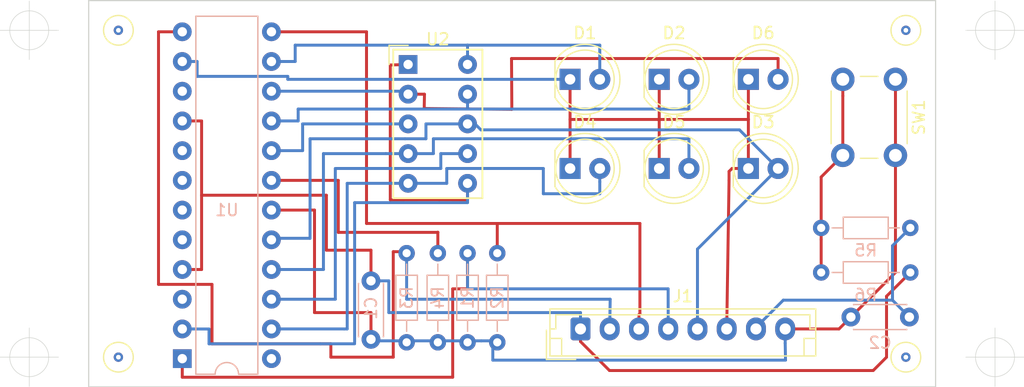
<source format=kicad_pcb>
(kicad_pcb (version 20171130) (host pcbnew "(5.1.4)-1")

  (general
    (thickness 1.6)
    (drawings 18)
    (tracks 184)
    (zones 0)
    (modules 18)
    (nets 36)
  )

  (page A4 portrait)
  (title_block
    (title "A1.2-КОЗ-01 - МИ-01 (модуль индикации)")
    (date 2019-12-20)
    (company "VP Home Studio")
    (comment 1 "VPHS-2019-КОЗ01-МИ-01 СБ")
    (comment 2 "Павлов В.Г.")
  )

  (layers
    (0 F.Cu signal)
    (31 B.Cu signal)
    (32 B.Adhes user hide)
    (33 F.Adhes user hide)
    (34 B.Paste user hide)
    (35 F.Paste user hide)
    (36 B.SilkS user hide)
    (37 F.SilkS user hide)
    (38 B.Mask user hide)
    (39 F.Mask user hide)
    (40 Dwgs.User user hide)
    (41 Cmts.User user hide)
    (42 Eco1.User user hide)
    (43 Eco2.User user hide)
    (44 Edge.Cuts user)
    (45 Margin user hide)
    (46 B.CrtYd user)
    (47 F.CrtYd user)
    (48 B.Fab user hide)
    (49 F.Fab user hide)
  )

  (setup
    (last_trace_width 0.25)
    (trace_clearance 0.2)
    (zone_clearance 0.508)
    (zone_45_only no)
    (trace_min 0.2)
    (via_size 0.8)
    (via_drill 0.4)
    (via_min_size 0.4)
    (via_min_drill 0.3)
    (uvia_size 0.3)
    (uvia_drill 0.1)
    (uvias_allowed no)
    (uvia_min_size 0.2)
    (uvia_min_drill 0.1)
    (edge_width 0.05)
    (segment_width 0.2)
    (pcb_text_width 0.3)
    (pcb_text_size 1.5 1.5)
    (mod_edge_width 0.12)
    (mod_text_size 1 1)
    (mod_text_width 0.15)
    (pad_size 1.524 1.524)
    (pad_drill 0.762)
    (pad_to_mask_clearance 0.051)
    (solder_mask_min_width 0.25)
    (aux_axis_origin 0 0)
    (visible_elements 7FFFFFFF)
    (pcbplotparams
      (layerselection 0x00000_fffffffe)
      (usegerberextensions false)
      (usegerberattributes false)
      (usegerberadvancedattributes false)
      (creategerberjobfile false)
      (excludeedgelayer false)
      (linewidth 0.100000)
      (plotframeref false)
      (viasonmask false)
      (mode 1)
      (useauxorigin false)
      (hpglpennumber 1)
      (hpglpenspeed 20)
      (hpglpendiameter 15.000000)
      (psnegative false)
      (psa4output false)
      (plotreference true)
      (plotvalue true)
      (plotinvisibletext false)
      (padsonsilk false)
      (subtractmaskfromsilk false)
      (outputformat 4)
      (mirror false)
      (drillshape 2)
      (scaleselection 1)
      (outputdirectory ""))
  )

  (net 0 "")
  (net 1 /1)
  (net 2 /10)
  (net 3 /2)
  (net 4 /3)
  (net 5 /4)
  (net 6 /5)
  (net 7 /6)
  (net 8 +5V)
  (net 9 /7)
  (net 10 GND)
  (net 11 "Net-(R4-Pad1)")
  (net 12 "Net-(U1-Pad24)")
  (net 13 /8)
  (net 14 "Net-(U1-Pad10)")
  (net 15 "Net-(U1-Pad8)")
  (net 16 "Net-(U1-Pad7)")
  (net 17 "Net-(U1-Pad6)")
  (net 18 "Net-(U1-Pad5)")
  (net 19 "Net-(U1-Pad3)")
  (net 20 /9)
  (net 21 /RES)
  (net 22 /DIN)
  (net 23 /CLK)
  (net 24 /CS)
  (net 25 "Net-(R5-Pad1)")
  (net 26 "Net-(U1-Pad23)")
  (net 27 "Net-(U1-Pad11)")
  (net 28 "Net-(U1-Pad22)")
  (net 29 "Net-(U1-Pad21)")
  (net 30 "Net-(U1-Pad19)")
  (net 31 "Net-(U1-Pad17)")
  (net 32 "Net-(U1-Pad16)")
  (net 33 "Net-(U1-Pad15)")
  (net 34 "Net-(U1-Pad14)")
  (net 35 "Net-(U1-Pad2)")

  (net_class Default "Это класс цепей по умолчанию."
    (clearance 0.2)
    (trace_width 0.25)
    (via_dia 0.8)
    (via_drill 0.4)
    (uvia_dia 0.3)
    (uvia_drill 0.1)
    (add_net +5V)
    (add_net /1)
    (add_net /10)
    (add_net /2)
    (add_net /3)
    (add_net /4)
    (add_net /5)
    (add_net /6)
    (add_net /7)
    (add_net /8)
    (add_net /9)
    (add_net /CLK)
    (add_net /CS)
    (add_net /DIN)
    (add_net /RES)
    (add_net GND)
    (add_net "Net-(R4-Pad1)")
    (add_net "Net-(R5-Pad1)")
    (add_net "Net-(U1-Pad10)")
    (add_net "Net-(U1-Pad11)")
    (add_net "Net-(U1-Pad14)")
    (add_net "Net-(U1-Pad15)")
    (add_net "Net-(U1-Pad16)")
    (add_net "Net-(U1-Pad17)")
    (add_net "Net-(U1-Pad19)")
    (add_net "Net-(U1-Pad2)")
    (add_net "Net-(U1-Pad21)")
    (add_net "Net-(U1-Pad22)")
    (add_net "Net-(U1-Pad23)")
    (add_net "Net-(U1-Pad24)")
    (add_net "Net-(U1-Pad3)")
    (add_net "Net-(U1-Pad5)")
    (add_net "Net-(U1-Pad6)")
    (add_net "Net-(U1-Pad7)")
    (add_net "Net-(U1-Pad8)")
  )

  (module LED_THT:LED_D5.0mm_IRGrey (layer F.Cu) (tedit 5A6C9BB8) (tstamp 5DF6246B)
    (at 124.587 149.86)
    (descr "LED, diameter 5.0mm, 2 pins, http://cdn-reichelt.de/documents/datenblatt/A500/LL-504BC2E-009.pdf")
    (tags "LED diameter 5.0mm 2 pins")
    (path /5DF4BEB9)
    (fp_text reference D3 (at 1.27 -3.96) (layer F.SilkS)
      (effects (font (size 1 1) (thickness 0.15)))
    )
    (fp_text value "5mm LED-ORANGE" (at 1.27 3.96) (layer F.Fab)
      (effects (font (size 1 1) (thickness 0.15)))
    )
    (fp_arc (start 1.27 0) (end -1.29 1.54483) (angle -148.9) (layer F.SilkS) (width 0.12))
    (fp_arc (start 1.27 0) (end -1.29 -1.54483) (angle 148.9) (layer F.SilkS) (width 0.12))
    (fp_arc (start 1.27 0) (end -1.23 -1.469694) (angle 299.1) (layer F.Fab) (width 0.1))
    (fp_circle (center 1.27 0) (end 3.77 0) (layer F.SilkS) (width 0.12))
    (fp_circle (center 1.27 0) (end 3.77 0) (layer F.Fab) (width 0.1))
    (fp_line (start 4.5 -3.25) (end -1.95 -3.25) (layer F.CrtYd) (width 0.05))
    (fp_line (start 4.5 3.25) (end 4.5 -3.25) (layer F.CrtYd) (width 0.05))
    (fp_line (start -1.95 3.25) (end 4.5 3.25) (layer F.CrtYd) (width 0.05))
    (fp_line (start -1.95 -3.25) (end -1.95 3.25) (layer F.CrtYd) (width 0.05))
    (fp_line (start -1.29 -1.545) (end -1.29 1.545) (layer F.SilkS) (width 0.12))
    (fp_line (start -1.23 -1.469694) (end -1.23 1.469694) (layer F.Fab) (width 0.1))
    (fp_text user %R (at 1.25 0) (layer F.Fab)
      (effects (font (size 0.8 0.8) (thickness 0.2)))
    )
    (pad 2 thru_hole circle (at 2.54 0) (size 1.8 1.8) (drill 0.9) (layers *.Cu *.Mask)
      (net 4 /3))
    (pad 1 thru_hole rect (at 0 0) (size 1.8 1.8) (drill 0.9) (layers *.Cu *.Mask)
      (net 2 /10))
    (model ${KISYS3DMOD}/LED_THT.3dshapes/LED_D5.0mm_IRGrey.wrl
      (at (xyz 0 0 0))
      (scale (xyz 1 1 1))
      (rotate (xyz 0 0 0))
    )
  )

  (module Button_Switch_THT:SW_PUSH_6mm_H7.3mm (layer F.Cu) (tedit 5A02FE31) (tstamp 5E21B8B6)
    (at 137.16 142.24 270)
    (descr "tactile push button, 6x6mm e.g. PHAP33xx series, height=7.3mm")
    (tags "tact sw push 6mm")
    (path /5E21EB60)
    (fp_text reference SW1 (at 3.25 -2 90) (layer F.SilkS)
      (effects (font (size 1 1) (thickness 0.15)))
    )
    (fp_text value "\"Reset\"" (at 3.75 6.7 90) (layer F.Fab)
      (effects (font (size 1 1) (thickness 0.15)))
    )
    (fp_circle (center 3.25 2.25) (end 1.25 2.5) (layer F.Fab) (width 0.1))
    (fp_line (start 6.75 3) (end 6.75 1.5) (layer F.SilkS) (width 0.12))
    (fp_line (start 5.5 -1) (end 1 -1) (layer F.SilkS) (width 0.12))
    (fp_line (start -0.25 1.5) (end -0.25 3) (layer F.SilkS) (width 0.12))
    (fp_line (start 1 5.5) (end 5.5 5.5) (layer F.SilkS) (width 0.12))
    (fp_line (start 8 -1.25) (end 8 5.75) (layer F.CrtYd) (width 0.05))
    (fp_line (start 7.75 6) (end -1.25 6) (layer F.CrtYd) (width 0.05))
    (fp_line (start -1.5 5.75) (end -1.5 -1.25) (layer F.CrtYd) (width 0.05))
    (fp_line (start -1.25 -1.5) (end 7.75 -1.5) (layer F.CrtYd) (width 0.05))
    (fp_line (start -1.5 6) (end -1.25 6) (layer F.CrtYd) (width 0.05))
    (fp_line (start -1.5 5.75) (end -1.5 6) (layer F.CrtYd) (width 0.05))
    (fp_line (start -1.5 -1.5) (end -1.25 -1.5) (layer F.CrtYd) (width 0.05))
    (fp_line (start -1.5 -1.25) (end -1.5 -1.5) (layer F.CrtYd) (width 0.05))
    (fp_line (start 8 -1.5) (end 8 -1.25) (layer F.CrtYd) (width 0.05))
    (fp_line (start 7.75 -1.5) (end 8 -1.5) (layer F.CrtYd) (width 0.05))
    (fp_line (start 8 6) (end 8 5.75) (layer F.CrtYd) (width 0.05))
    (fp_line (start 7.75 6) (end 8 6) (layer F.CrtYd) (width 0.05))
    (fp_line (start 0.25 -0.75) (end 3.25 -0.75) (layer F.Fab) (width 0.1))
    (fp_line (start 0.25 5.25) (end 0.25 -0.75) (layer F.Fab) (width 0.1))
    (fp_line (start 6.25 5.25) (end 0.25 5.25) (layer F.Fab) (width 0.1))
    (fp_line (start 6.25 -0.75) (end 6.25 5.25) (layer F.Fab) (width 0.1))
    (fp_line (start 3.25 -0.75) (end 6.25 -0.75) (layer F.Fab) (width 0.1))
    (fp_text user %R (at 3.25 2.25 90) (layer F.Fab)
      (effects (font (size 1 1) (thickness 0.15)))
    )
    (pad 1 thru_hole circle (at 6.5 0) (size 2 2) (drill 1.1) (layers *.Cu *.Mask)
      (net 8 +5V))
    (pad 2 thru_hole circle (at 6.5 4.5) (size 2 2) (drill 1.1) (layers *.Cu *.Mask)
      (net 25 "Net-(R5-Pad1)"))
    (pad 1 thru_hole circle (at 0 0) (size 2 2) (drill 1.1) (layers *.Cu *.Mask)
      (net 8 +5V))
    (pad 2 thru_hole circle (at 0 4.5) (size 2 2) (drill 1.1) (layers *.Cu *.Mask)
      (net 25 "Net-(R5-Pad1)"))
    (model ${KISYS3DMOD}/Button_Switch_THT.3dshapes/SW_PUSH_6mm_H7.3mm.wrl
      (at (xyz 0 0 0))
      (scale (xyz 1 1 1))
      (rotate (xyz 0 0 0))
    )
  )

  (module Resistor_THT:R_Axial_DIN0204_L3.6mm_D1.6mm_P7.62mm_Horizontal (layer B.Cu) (tedit 5AE5139B) (tstamp 5E21B897)
    (at 130.81 158.75)
    (descr "Resistor, Axial_DIN0204 series, Axial, Horizontal, pin pitch=7.62mm, 0.167W, length*diameter=3.6*1.6mm^2, http://cdn-reichelt.de/documents/datenblatt/B400/1_4W%23YAG.pdf")
    (tags "Resistor Axial_DIN0204 series Axial Horizontal pin pitch 7.62mm 0.167W length 3.6mm diameter 1.6mm")
    (path /5E21D20F)
    (fp_text reference R6 (at 3.81 1.92) (layer B.SilkS)
      (effects (font (size 1 1) (thickness 0.15)) (justify mirror))
    )
    (fp_text value 100k (at 3.81 -1.92) (layer B.Fab)
      (effects (font (size 1 1) (thickness 0.15)) (justify mirror))
    )
    (fp_text user %R (at 3.81 0) (layer B.Fab)
      (effects (font (size 0.72 0.72) (thickness 0.108)) (justify mirror))
    )
    (fp_line (start 8.57 1.05) (end -0.95 1.05) (layer B.CrtYd) (width 0.05))
    (fp_line (start 8.57 -1.05) (end 8.57 1.05) (layer B.CrtYd) (width 0.05))
    (fp_line (start -0.95 -1.05) (end 8.57 -1.05) (layer B.CrtYd) (width 0.05))
    (fp_line (start -0.95 1.05) (end -0.95 -1.05) (layer B.CrtYd) (width 0.05))
    (fp_line (start 6.68 0) (end 5.73 0) (layer B.SilkS) (width 0.12))
    (fp_line (start 0.94 0) (end 1.89 0) (layer B.SilkS) (width 0.12))
    (fp_line (start 5.73 0.92) (end 1.89 0.92) (layer B.SilkS) (width 0.12))
    (fp_line (start 5.73 -0.92) (end 5.73 0.92) (layer B.SilkS) (width 0.12))
    (fp_line (start 1.89 -0.92) (end 5.73 -0.92) (layer B.SilkS) (width 0.12))
    (fp_line (start 1.89 0.92) (end 1.89 -0.92) (layer B.SilkS) (width 0.12))
    (fp_line (start 7.62 0) (end 5.61 0) (layer B.Fab) (width 0.1))
    (fp_line (start 0 0) (end 2.01 0) (layer B.Fab) (width 0.1))
    (fp_line (start 5.61 0.8) (end 2.01 0.8) (layer B.Fab) (width 0.1))
    (fp_line (start 5.61 -0.8) (end 5.61 0.8) (layer B.Fab) (width 0.1))
    (fp_line (start 2.01 -0.8) (end 5.61 -0.8) (layer B.Fab) (width 0.1))
    (fp_line (start 2.01 0.8) (end 2.01 -0.8) (layer B.Fab) (width 0.1))
    (pad 2 thru_hole oval (at 7.62 0) (size 1.4 1.4) (drill 0.7) (layers *.Cu *.Mask)
      (net 10 GND))
    (pad 1 thru_hole circle (at 0 0) (size 1.4 1.4) (drill 0.7) (layers *.Cu *.Mask)
      (net 25 "Net-(R5-Pad1)"))
    (model ${KISYS3DMOD}/Resistor_THT.3dshapes/R_Axial_DIN0204_L3.6mm_D1.6mm_P7.62mm_Horizontal.wrl
      (at (xyz 0 0 0))
      (scale (xyz 1 1 1))
      (rotate (xyz 0 0 0))
    )
  )

  (module Resistor_THT:R_Axial_DIN0204_L3.6mm_D1.6mm_P7.62mm_Horizontal (layer B.Cu) (tedit 5AE5139B) (tstamp 5E21B880)
    (at 130.81 154.94)
    (descr "Resistor, Axial_DIN0204 series, Axial, Horizontal, pin pitch=7.62mm, 0.167W, length*diameter=3.6*1.6mm^2, http://cdn-reichelt.de/documents/datenblatt/B400/1_4W%23YAG.pdf")
    (tags "Resistor Axial_DIN0204 series Axial Horizontal pin pitch 7.62mm 0.167W length 3.6mm diameter 1.6mm")
    (path /5E21C91A)
    (fp_text reference R5 (at 3.81 1.92) (layer B.SilkS)
      (effects (font (size 1 1) (thickness 0.15)) (justify mirror))
    )
    (fp_text value 10k (at 3.81 -1.92) (layer B.Fab)
      (effects (font (size 1 1) (thickness 0.15)) (justify mirror))
    )
    (fp_text user %R (at 3.81 0) (layer B.Fab)
      (effects (font (size 0.72 0.72) (thickness 0.108)) (justify mirror))
    )
    (fp_line (start 8.57 1.05) (end -0.95 1.05) (layer B.CrtYd) (width 0.05))
    (fp_line (start 8.57 -1.05) (end 8.57 1.05) (layer B.CrtYd) (width 0.05))
    (fp_line (start -0.95 -1.05) (end 8.57 -1.05) (layer B.CrtYd) (width 0.05))
    (fp_line (start -0.95 1.05) (end -0.95 -1.05) (layer B.CrtYd) (width 0.05))
    (fp_line (start 6.68 0) (end 5.73 0) (layer B.SilkS) (width 0.12))
    (fp_line (start 0.94 0) (end 1.89 0) (layer B.SilkS) (width 0.12))
    (fp_line (start 5.73 0.92) (end 1.89 0.92) (layer B.SilkS) (width 0.12))
    (fp_line (start 5.73 -0.92) (end 5.73 0.92) (layer B.SilkS) (width 0.12))
    (fp_line (start 1.89 -0.92) (end 5.73 -0.92) (layer B.SilkS) (width 0.12))
    (fp_line (start 1.89 0.92) (end 1.89 -0.92) (layer B.SilkS) (width 0.12))
    (fp_line (start 7.62 0) (end 5.61 0) (layer B.Fab) (width 0.1))
    (fp_line (start 0 0) (end 2.01 0) (layer B.Fab) (width 0.1))
    (fp_line (start 5.61 0.8) (end 2.01 0.8) (layer B.Fab) (width 0.1))
    (fp_line (start 5.61 -0.8) (end 5.61 0.8) (layer B.Fab) (width 0.1))
    (fp_line (start 2.01 -0.8) (end 5.61 -0.8) (layer B.Fab) (width 0.1))
    (fp_line (start 2.01 0.8) (end 2.01 -0.8) (layer B.Fab) (width 0.1))
    (pad 2 thru_hole oval (at 7.62 0) (size 1.4 1.4) (drill 0.7) (layers *.Cu *.Mask)
      (net 21 /RES))
    (pad 1 thru_hole circle (at 0 0) (size 1.4 1.4) (drill 0.7) (layers *.Cu *.Mask)
      (net 25 "Net-(R5-Pad1)"))
    (model ${KISYS3DMOD}/Resistor_THT.3dshapes/R_Axial_DIN0204_L3.6mm_D1.6mm_P7.62mm_Horizontal.wrl
      (at (xyz 0 0 0))
      (scale (xyz 1 1 1))
      (rotate (xyz 0 0 0))
    )
  )

  (module Capacitor_THT:C_Disc_D4.3mm_W1.9mm_P5.00mm (layer B.Cu) (tedit 5AE50EF0) (tstamp 5E21B6A3)
    (at 133.35 162.56)
    (descr "C, Disc series, Radial, pin pitch=5.00mm, , diameter*width=4.3*1.9mm^2, Capacitor, http://www.vishay.com/docs/45233/krseries.pdf")
    (tags "C Disc series Radial pin pitch 5.00mm  diameter 4.3mm width 1.9mm Capacitor")
    (path /5E21D47F)
    (fp_text reference C2 (at 2.5 2.2) (layer B.SilkS)
      (effects (font (size 1 1) (thickness 0.15)) (justify mirror))
    )
    (fp_text value 0,1 (at 2.5 -2.2) (layer B.Fab)
      (effects (font (size 1 1) (thickness 0.15)) (justify mirror))
    )
    (fp_text user %R (at 2.5 0) (layer B.Fab)
      (effects (font (size 0.86 0.86) (thickness 0.129)) (justify mirror))
    )
    (fp_line (start 6.05 1.2) (end -1.05 1.2) (layer B.CrtYd) (width 0.05))
    (fp_line (start 6.05 -1.2) (end 6.05 1.2) (layer B.CrtYd) (width 0.05))
    (fp_line (start -1.05 -1.2) (end 6.05 -1.2) (layer B.CrtYd) (width 0.05))
    (fp_line (start -1.05 1.2) (end -1.05 -1.2) (layer B.CrtYd) (width 0.05))
    (fp_line (start 4.77 -1.055) (end 4.77 -1.07) (layer B.SilkS) (width 0.12))
    (fp_line (start 4.77 1.07) (end 4.77 1.055) (layer B.SilkS) (width 0.12))
    (fp_line (start 0.23 -1.055) (end 0.23 -1.07) (layer B.SilkS) (width 0.12))
    (fp_line (start 0.23 1.07) (end 0.23 1.055) (layer B.SilkS) (width 0.12))
    (fp_line (start 0.23 -1.07) (end 4.77 -1.07) (layer B.SilkS) (width 0.12))
    (fp_line (start 0.23 1.07) (end 4.77 1.07) (layer B.SilkS) (width 0.12))
    (fp_line (start 4.65 0.95) (end 0.35 0.95) (layer B.Fab) (width 0.1))
    (fp_line (start 4.65 -0.95) (end 4.65 0.95) (layer B.Fab) (width 0.1))
    (fp_line (start 0.35 -0.95) (end 4.65 -0.95) (layer B.Fab) (width 0.1))
    (fp_line (start 0.35 0.95) (end 0.35 -0.95) (layer B.Fab) (width 0.1))
    (pad 2 thru_hole circle (at 5 0) (size 1.6 1.6) (drill 0.8) (layers *.Cu *.Mask)
      (net 21 /RES))
    (pad 1 thru_hole circle (at 0 0) (size 1.6 1.6) (drill 0.8) (layers *.Cu *.Mask)
      (net 8 +5V))
    (model ${KISYS3DMOD}/Capacitor_THT.3dshapes/C_Disc_D4.3mm_W1.9mm_P5.00mm.wrl
      (at (xyz 0 0 0))
      (scale (xyz 1 1 1))
      (rotate (xyz 0 0 0))
    )
  )

  (module Package_DIP:DIP-24_W7.62mm (layer B.Cu) (tedit 5A02E8C5) (tstamp 5E0217CF)
    (at 76.2 166.116)
    (descr "24-lead though-hole mounted DIP package, row spacing 7.62 mm (300 mils)")
    (tags "THT DIP DIL PDIP 2.54mm 7.62mm 300mil")
    (path /5DF41EB1)
    (fp_text reference U1 (at 3.81 -12.7) (layer B.SilkS)
      (effects (font (size 1 1) (thickness 0.15)) (justify mirror))
    )
    (fp_text value MAX7221 (at 3.81 -30.27) (layer B.Fab)
      (effects (font (size 1 1) (thickness 0.15)) (justify mirror))
    )
    (fp_text user %R (at 3.81 -13.97) (layer B.Fab)
      (effects (font (size 1 1) (thickness 0.15)) (justify mirror))
    )
    (fp_line (start 8.7 1.55) (end -1.1 1.55) (layer B.CrtYd) (width 0.05))
    (fp_line (start 8.7 -29.5) (end 8.7 1.55) (layer B.CrtYd) (width 0.05))
    (fp_line (start -1.1 -29.5) (end 8.7 -29.5) (layer B.CrtYd) (width 0.05))
    (fp_line (start -1.1 1.55) (end -1.1 -29.5) (layer B.CrtYd) (width 0.05))
    (fp_line (start 6.46 1.33) (end 4.81 1.33) (layer B.SilkS) (width 0.12))
    (fp_line (start 6.46 -29.27) (end 6.46 1.33) (layer B.SilkS) (width 0.12))
    (fp_line (start 1.16 -29.27) (end 6.46 -29.27) (layer B.SilkS) (width 0.12))
    (fp_line (start 1.16 1.33) (end 1.16 -29.27) (layer B.SilkS) (width 0.12))
    (fp_line (start 2.81 1.33) (end 1.16 1.33) (layer B.SilkS) (width 0.12))
    (fp_line (start 0.635 0.27) (end 1.635 1.27) (layer B.Fab) (width 0.1))
    (fp_line (start 0.635 -29.21) (end 0.635 0.27) (layer B.Fab) (width 0.1))
    (fp_line (start 6.985 -29.21) (end 0.635 -29.21) (layer B.Fab) (width 0.1))
    (fp_line (start 6.985 1.27) (end 6.985 -29.21) (layer B.Fab) (width 0.1))
    (fp_line (start 1.635 1.27) (end 6.985 1.27) (layer B.Fab) (width 0.1))
    (fp_arc (start 3.81 1.33) (end 2.81 1.33) (angle 180) (layer B.SilkS) (width 0.12))
    (pad 24 thru_hole oval (at 7.62 0) (size 1.6 1.6) (drill 0.8) (layers *.Cu *.Mask)
      (net 12 "Net-(U1-Pad24)"))
    (pad 12 thru_hole oval (at 0 -27.94) (size 1.6 1.6) (drill 0.8) (layers *.Cu *.Mask)
      (net 24 /CS))
    (pad 23 thru_hole oval (at 7.62 -2.54) (size 1.6 1.6) (drill 0.8) (layers *.Cu *.Mask)
      (net 26 "Net-(U1-Pad23)"))
    (pad 11 thru_hole oval (at 0 -25.4) (size 1.6 1.6) (drill 0.8) (layers *.Cu *.Mask)
      (net 27 "Net-(U1-Pad11)"))
    (pad 22 thru_hole oval (at 7.62 -5.08) (size 1.6 1.6) (drill 0.8) (layers *.Cu *.Mask)
      (net 28 "Net-(U1-Pad22)"))
    (pad 10 thru_hole oval (at 0 -22.86) (size 1.6 1.6) (drill 0.8) (layers *.Cu *.Mask)
      (net 14 "Net-(U1-Pad10)"))
    (pad 21 thru_hole oval (at 7.62 -7.62) (size 1.6 1.6) (drill 0.8) (layers *.Cu *.Mask)
      (net 29 "Net-(U1-Pad21)"))
    (pad 9 thru_hole oval (at 0 -20.32) (size 1.6 1.6) (drill 0.8) (layers *.Cu *.Mask)
      (net 10 GND))
    (pad 20 thru_hole oval (at 7.62 -10.16) (size 1.6 1.6) (drill 0.8) (layers *.Cu *.Mask)
      (net 4 /3))
    (pad 8 thru_hole oval (at 0 -17.78) (size 1.6 1.6) (drill 0.8) (layers *.Cu *.Mask)
      (net 15 "Net-(U1-Pad8)"))
    (pad 19 thru_hole oval (at 7.62 -12.7) (size 1.6 1.6) (drill 0.8) (layers *.Cu *.Mask)
      (net 30 "Net-(U1-Pad19)"))
    (pad 7 thru_hole oval (at 0 -15.24) (size 1.6 1.6) (drill 0.8) (layers *.Cu *.Mask)
      (net 16 "Net-(U1-Pad7)"))
    (pad 18 thru_hole oval (at 7.62 -15.24) (size 1.6 1.6) (drill 0.8) (layers *.Cu *.Mask)
      (net 11 "Net-(R4-Pad1)"))
    (pad 6 thru_hole oval (at 0 -12.7) (size 1.6 1.6) (drill 0.8) (layers *.Cu *.Mask)
      (net 17 "Net-(U1-Pad6)"))
    (pad 17 thru_hole oval (at 7.62 -17.78) (size 1.6 1.6) (drill 0.8) (layers *.Cu *.Mask)
      (net 31 "Net-(U1-Pad17)"))
    (pad 5 thru_hole oval (at 0 -10.16) (size 1.6 1.6) (drill 0.8) (layers *.Cu *.Mask)
      (net 18 "Net-(U1-Pad5)"))
    (pad 16 thru_hole oval (at 7.62 -20.32) (size 1.6 1.6) (drill 0.8) (layers *.Cu *.Mask)
      (net 32 "Net-(U1-Pad16)"))
    (pad 4 thru_hole oval (at 0 -7.62) (size 1.6 1.6) (drill 0.8) (layers *.Cu *.Mask)
      (net 10 GND))
    (pad 15 thru_hole oval (at 7.62 -22.86) (size 1.6 1.6) (drill 0.8) (layers *.Cu *.Mask)
      (net 33 "Net-(U1-Pad15)"))
    (pad 3 thru_hole oval (at 0 -5.08) (size 1.6 1.6) (drill 0.8) (layers *.Cu *.Mask)
      (net 19 "Net-(U1-Pad3)"))
    (pad 14 thru_hole oval (at 7.62 -25.4) (size 1.6 1.6) (drill 0.8) (layers *.Cu *.Mask)
      (net 34 "Net-(U1-Pad14)"))
    (pad 2 thru_hole oval (at 0 -2.54) (size 1.6 1.6) (drill 0.8) (layers *.Cu *.Mask)
      (net 35 "Net-(U1-Pad2)"))
    (pad 13 thru_hole oval (at 7.62 -27.94) (size 1.6 1.6) (drill 0.8) (layers *.Cu *.Mask)
      (net 23 /CLK))
    (pad 1 thru_hole rect (at 0 0) (size 1.6 1.6) (drill 0.8) (layers *.Cu *.Mask)
      (net 22 /DIN))
    (model ${KISYS3DMOD}/Package_DIP.3dshapes/DIP-24_W7.62mm.wrl
      (at (xyz 0 0 0))
      (scale (xyz 1 1 1))
      (rotate (xyz 0 0 0))
    )
  )

  (module Capacitor_THT:C_Disc_D4.3mm_W1.9mm_P5.00mm (layer B.Cu) (tedit 5AE50EF0) (tstamp 5DF7D9F2)
    (at 92.329 164.465 90)
    (descr "C, Disc series, Radial, pin pitch=5.00mm, , diameter*width=4.3*1.9mm^2, Capacitor, http://www.vishay.com/docs/45233/krseries.pdf")
    (tags "C Disc series Radial pin pitch 5.00mm  diameter 4.3mm width 1.9mm Capacitor")
    (path /5DF91D0E)
    (fp_text reference C1 (at 2.667 0 270) (layer B.SilkS)
      (effects (font (size 1 1) (thickness 0.15)) (justify mirror))
    )
    (fp_text value 0,1 (at 2.5 -2.2 270) (layer B.Fab)
      (effects (font (size 1 1) (thickness 0.15)) (justify mirror))
    )
    (fp_text user %R (at 2.5 0 270) (layer B.Fab)
      (effects (font (size 0.86 0.86) (thickness 0.129)) (justify mirror))
    )
    (fp_line (start 6.05 1.2) (end -1.05 1.2) (layer B.CrtYd) (width 0.05))
    (fp_line (start 6.05 -1.2) (end 6.05 1.2) (layer B.CrtYd) (width 0.05))
    (fp_line (start -1.05 -1.2) (end 6.05 -1.2) (layer B.CrtYd) (width 0.05))
    (fp_line (start -1.05 1.2) (end -1.05 -1.2) (layer B.CrtYd) (width 0.05))
    (fp_line (start 4.77 -1.055) (end 4.77 -1.07) (layer B.SilkS) (width 0.12))
    (fp_line (start 4.77 1.07) (end 4.77 1.055) (layer B.SilkS) (width 0.12))
    (fp_line (start 0.23 -1.055) (end 0.23 -1.07) (layer B.SilkS) (width 0.12))
    (fp_line (start 0.23 1.07) (end 0.23 1.055) (layer B.SilkS) (width 0.12))
    (fp_line (start 0.23 -1.07) (end 4.77 -1.07) (layer B.SilkS) (width 0.12))
    (fp_line (start 0.23 1.07) (end 4.77 1.07) (layer B.SilkS) (width 0.12))
    (fp_line (start 4.65 0.95) (end 0.35 0.95) (layer B.Fab) (width 0.1))
    (fp_line (start 4.65 -0.95) (end 4.65 0.95) (layer B.Fab) (width 0.1))
    (fp_line (start 0.35 -0.95) (end 4.65 -0.95) (layer B.Fab) (width 0.1))
    (fp_line (start 0.35 0.95) (end 0.35 -0.95) (layer B.Fab) (width 0.1))
    (pad 2 thru_hole circle (at 5 0 90) (size 1.6 1.6) (drill 0.8) (layers *.Cu *.Mask)
      (net 10 GND))
    (pad 1 thru_hole circle (at 0 0 90) (size 1.6 1.6) (drill 0.8) (layers *.Cu *.Mask)
      (net 8 +5V))
    (model ${KISYS3DMOD}/Capacitor_THT.3dshapes/C_Disc_D4.3mm_W1.9mm_P5.00mm.wrl
      (at (xyz 0 0 0))
      (scale (xyz 1 1 1))
      (rotate (xyz 0 0 0))
    )
  )

  (module Resistor_THT:R_Axial_DIN0204_L3.6mm_D1.6mm_P7.62mm_Horizontal (layer B.Cu) (tedit 5AE5139B) (tstamp 5DF624F5)
    (at 103.124 157.099 270)
    (descr "Resistor, Axial_DIN0204 series, Axial, Horizontal, pin pitch=7.62mm, 0.167W, length*diameter=3.6*1.6mm^2, http://cdn-reichelt.de/documents/datenblatt/B400/1_4W%23YAG.pdf")
    (tags "Resistor Axial_DIN0204 series Axial Horizontal pin pitch 7.62mm 0.167W length 3.6mm diameter 1.6mm")
    (path /5DF6E1CF)
    (fp_text reference R2 (at 3.81 0 90) (layer B.SilkS)
      (effects (font (size 1 1) (thickness 0.15)) (justify mirror))
    )
    (fp_text value 10k (at 3.81 -1.92 90) (layer B.Fab)
      (effects (font (size 1 1) (thickness 0.15)) (justify mirror))
    )
    (fp_text user %R (at 3.81 0 90) (layer B.Fab)
      (effects (font (size 0.72 0.72) (thickness 0.108)) (justify mirror))
    )
    (fp_line (start 8.57 1.05) (end -0.95 1.05) (layer B.CrtYd) (width 0.05))
    (fp_line (start 8.57 -1.05) (end 8.57 1.05) (layer B.CrtYd) (width 0.05))
    (fp_line (start -0.95 -1.05) (end 8.57 -1.05) (layer B.CrtYd) (width 0.05))
    (fp_line (start -0.95 1.05) (end -0.95 -1.05) (layer B.CrtYd) (width 0.05))
    (fp_line (start 6.68 0) (end 5.73 0) (layer B.SilkS) (width 0.12))
    (fp_line (start 0.94 0) (end 1.89 0) (layer B.SilkS) (width 0.12))
    (fp_line (start 5.73 0.92) (end 1.89 0.92) (layer B.SilkS) (width 0.12))
    (fp_line (start 5.73 -0.92) (end 5.73 0.92) (layer B.SilkS) (width 0.12))
    (fp_line (start 1.89 -0.92) (end 5.73 -0.92) (layer B.SilkS) (width 0.12))
    (fp_line (start 1.89 0.92) (end 1.89 -0.92) (layer B.SilkS) (width 0.12))
    (fp_line (start 7.62 0) (end 5.61 0) (layer B.Fab) (width 0.1))
    (fp_line (start 0 0) (end 2.01 0) (layer B.Fab) (width 0.1))
    (fp_line (start 5.61 0.8) (end 2.01 0.8) (layer B.Fab) (width 0.1))
    (fp_line (start 5.61 -0.8) (end 5.61 0.8) (layer B.Fab) (width 0.1))
    (fp_line (start 2.01 -0.8) (end 5.61 -0.8) (layer B.Fab) (width 0.1))
    (fp_line (start 2.01 0.8) (end 2.01 -0.8) (layer B.Fab) (width 0.1))
    (pad 2 thru_hole oval (at 7.62 0 270) (size 1.4 1.4) (drill 0.7) (layers *.Cu *.Mask)
      (net 8 +5V))
    (pad 1 thru_hole circle (at 0 0 270) (size 1.4 1.4) (drill 0.7) (layers *.Cu *.Mask)
      (net 23 /CLK))
    (model ${KISYS3DMOD}/Resistor_THT.3dshapes/R_Axial_DIN0204_L3.6mm_D1.6mm_P7.62mm_Horizontal.wrl
      (at (xyz 0 0 0))
      (scale (xyz 1 1 1))
      (rotate (xyz 0 0 0))
    )
  )

  (module Display_7Segment:HDSP-A401 (layer F.Cu) (tedit 5A9EC7B4) (tstamp 5DF6256D)
    (at 95.504 140.97)
    (descr "One digit 7 segment orange, common anode, https://docs.broadcom.com/docs/AV02-2553EN")
    (tags "One digit 7 segment orange common anode")
    (path /5DF4375C)
    (fp_text reference U2 (at 2.54 -2.159) (layer F.SilkS)
      (effects (font (size 1 1) (thickness 0.15)))
    )
    (fp_text value SC36-11GWA (at 2.54 12.7) (layer F.Fab)
      (effects (font (size 1 1) (thickness 0.15)))
    )
    (fp_line (start -1.63 -1.63) (end 0 -1.63) (layer F.SilkS) (width 0.12))
    (fp_line (start -1.63 0) (end -1.63 -1.63) (layer F.SilkS) (width 0.12))
    (fp_line (start -1.5 -1.5) (end 6.6 -1.5) (layer F.CrtYd) (width 0.05))
    (fp_line (start -1.5 11.7) (end -1.5 -1.5) (layer F.CrtYd) (width 0.05))
    (fp_line (start 6.6 11.7) (end -1.5 11.7) (layer F.CrtYd) (width 0.05))
    (fp_line (start 6.6 -1.5) (end 6.6 11.7) (layer F.CrtYd) (width 0.05))
    (fp_line (start -0.1 -1.1) (end 6.2 -1.1) (layer F.Fab) (width 0.1))
    (fp_line (start -1.1 -0.1) (end -0.1 -1.1) (layer F.Fab) (width 0.1))
    (fp_line (start -1.1 11.3) (end -1.1 -0.1) (layer F.Fab) (width 0.1))
    (fp_line (start 6.2 11.3) (end -1.1 11.3) (layer F.Fab) (width 0.1))
    (fp_line (start 6.2 -1.1) (end 6.2 11.3) (layer F.Fab) (width 0.1))
    (fp_line (start 6.35 11.43) (end 6.35 -1.27) (layer F.SilkS) (width 0.15))
    (fp_line (start -1.27 11.43) (end 6.35 11.43) (layer F.SilkS) (width 0.15))
    (fp_line (start -1.27 -1.27) (end -1.27 11.43) (layer F.SilkS) (width 0.15))
    (fp_line (start 6.35 -1.27) (end -1.27 -1.27) (layer F.SilkS) (width 0.15))
    (fp_text user %R (at 2.573 5.08) (layer F.Fab)
      (effects (font (size 1 1) (thickness 0.15)))
    )
    (pad 10 thru_hole circle (at 5.08 0) (size 1.6 1.6) (drill 0.8) (layers *.Cu *.Mask)
      (net 1 /1))
    (pad 9 thru_hole circle (at 5.08 2.54) (size 1.6 1.6) (drill 0.8) (layers *.Cu *.Mask)
      (net 3 /2))
    (pad 8 thru_hole circle (at 5.08 5.08) (size 1.6 1.6) (drill 0.8) (layers *.Cu *.Mask)
      (net 4 /3))
    (pad 7 thru_hole circle (at 5.08 7.62) (size 1.6 1.6) (drill 0.8) (layers *.Cu *.Mask)
      (net 13 /8))
    (pad 6 thru_hole circle (at 5.08 10.16) (size 1.6 1.6) (drill 0.8) (layers *.Cu *.Mask)
      (net 20 /9))
    (pad 5 thru_hole circle (at 0 10.16) (size 1.6 1.6) (drill 0.8) (layers *.Cu *.Mask)
      (net 5 /4))
    (pad 4 thru_hole circle (at 0 7.62) (size 1.6 1.6) (drill 0.8) (layers *.Cu *.Mask)
      (net 6 /5))
    (pad 3 thru_hole circle (at 0 5.08) (size 1.6 1.6) (drill 0.8) (layers *.Cu *.Mask)
      (net 9 /7))
    (pad 2 thru_hole circle (at 0 2.54) (size 1.6 1.6) (drill 0.8) (layers *.Cu *.Mask)
      (net 7 /6))
    (pad 1 thru_hole rect (at 0 0) (size 1.6 1.6) (drill 0.8) (layers *.Cu *.Mask)
      (net 20 /9))
    (model ${KISYS3DMOD}/Display_7Segment.3dshapes/HDSP-A401.wrl
      (at (xyz 0 0 0))
      (scale (xyz 1 1 1))
      (rotate (xyz 0 0 0))
    )
  )

  (module Resistor_THT:R_Axial_DIN0204_L3.6mm_D1.6mm_P7.62mm_Horizontal (layer B.Cu) (tedit 5AE5139B) (tstamp 5DF62523)
    (at 98.044 157.099 270)
    (descr "Resistor, Axial_DIN0204 series, Axial, Horizontal, pin pitch=7.62mm, 0.167W, length*diameter=3.6*1.6mm^2, http://cdn-reichelt.de/documents/datenblatt/B400/1_4W%23YAG.pdf")
    (tags "Resistor Axial_DIN0204 series Axial Horizontal pin pitch 7.62mm 0.167W length 3.6mm diameter 1.6mm")
    (path /5DF6C697)
    (fp_text reference R4 (at 3.81 0 90) (layer B.SilkS)
      (effects (font (size 1 1) (thickness 0.15)) (justify mirror))
    )
    (fp_text value 10k (at 3.81 -1.92 90) (layer B.Fab)
      (effects (font (size 1 1) (thickness 0.15)) (justify mirror))
    )
    (fp_text user %R (at 3.81 0 90) (layer B.Fab)
      (effects (font (size 0.72 0.72) (thickness 0.108)) (justify mirror))
    )
    (fp_line (start 8.57 1.05) (end -0.95 1.05) (layer B.CrtYd) (width 0.05))
    (fp_line (start 8.57 -1.05) (end 8.57 1.05) (layer B.CrtYd) (width 0.05))
    (fp_line (start -0.95 -1.05) (end 8.57 -1.05) (layer B.CrtYd) (width 0.05))
    (fp_line (start -0.95 1.05) (end -0.95 -1.05) (layer B.CrtYd) (width 0.05))
    (fp_line (start 6.68 0) (end 5.73 0) (layer B.SilkS) (width 0.12))
    (fp_line (start 0.94 0) (end 1.89 0) (layer B.SilkS) (width 0.12))
    (fp_line (start 5.73 0.92) (end 1.89 0.92) (layer B.SilkS) (width 0.12))
    (fp_line (start 5.73 -0.92) (end 5.73 0.92) (layer B.SilkS) (width 0.12))
    (fp_line (start 1.89 -0.92) (end 5.73 -0.92) (layer B.SilkS) (width 0.12))
    (fp_line (start 1.89 0.92) (end 1.89 -0.92) (layer B.SilkS) (width 0.12))
    (fp_line (start 7.62 0) (end 5.61 0) (layer B.Fab) (width 0.1))
    (fp_line (start 0 0) (end 2.01 0) (layer B.Fab) (width 0.1))
    (fp_line (start 5.61 0.8) (end 2.01 0.8) (layer B.Fab) (width 0.1))
    (fp_line (start 5.61 -0.8) (end 5.61 0.8) (layer B.Fab) (width 0.1))
    (fp_line (start 2.01 -0.8) (end 5.61 -0.8) (layer B.Fab) (width 0.1))
    (fp_line (start 2.01 0.8) (end 2.01 -0.8) (layer B.Fab) (width 0.1))
    (pad 2 thru_hole oval (at 7.62 0 270) (size 1.4 1.4) (drill 0.7) (layers *.Cu *.Mask)
      (net 8 +5V))
    (pad 1 thru_hole circle (at 0 0 270) (size 1.4 1.4) (drill 0.7) (layers *.Cu *.Mask)
      (net 11 "Net-(R4-Pad1)"))
    (model ${KISYS3DMOD}/Resistor_THT.3dshapes/R_Axial_DIN0204_L3.6mm_D1.6mm_P7.62mm_Horizontal.wrl
      (at (xyz 0 0 0))
      (scale (xyz 1 1 1))
      (rotate (xyz 0 0 0))
    )
  )

  (module Resistor_THT:R_Axial_DIN0204_L3.6mm_D1.6mm_P7.62mm_Horizontal (layer B.Cu) (tedit 5AE5139B) (tstamp 5DF6250C)
    (at 95.377 157.099 270)
    (descr "Resistor, Axial_DIN0204 series, Axial, Horizontal, pin pitch=7.62mm, 0.167W, length*diameter=3.6*1.6mm^2, http://cdn-reichelt.de/documents/datenblatt/B400/1_4W%23YAG.pdf")
    (tags "Resistor Axial_DIN0204 series Axial Horizontal pin pitch 7.62mm 0.167W length 3.6mm diameter 1.6mm")
    (path /5DF6DF49)
    (fp_text reference R3 (at 3.81 0 90) (layer B.SilkS)
      (effects (font (size 1 1) (thickness 0.15)) (justify mirror))
    )
    (fp_text value 10k (at 3.81 -1.92 90) (layer B.Fab)
      (effects (font (size 1 1) (thickness 0.15)) (justify mirror))
    )
    (fp_text user %R (at 3.81 0 90) (layer B.Fab)
      (effects (font (size 0.72 0.72) (thickness 0.108)) (justify mirror))
    )
    (fp_line (start 8.57 1.05) (end -0.95 1.05) (layer B.CrtYd) (width 0.05))
    (fp_line (start 8.57 -1.05) (end 8.57 1.05) (layer B.CrtYd) (width 0.05))
    (fp_line (start -0.95 -1.05) (end 8.57 -1.05) (layer B.CrtYd) (width 0.05))
    (fp_line (start -0.95 1.05) (end -0.95 -1.05) (layer B.CrtYd) (width 0.05))
    (fp_line (start 6.68 0) (end 5.73 0) (layer B.SilkS) (width 0.12))
    (fp_line (start 0.94 0) (end 1.89 0) (layer B.SilkS) (width 0.12))
    (fp_line (start 5.73 0.92) (end 1.89 0.92) (layer B.SilkS) (width 0.12))
    (fp_line (start 5.73 -0.92) (end 5.73 0.92) (layer B.SilkS) (width 0.12))
    (fp_line (start 1.89 -0.92) (end 5.73 -0.92) (layer B.SilkS) (width 0.12))
    (fp_line (start 1.89 0.92) (end 1.89 -0.92) (layer B.SilkS) (width 0.12))
    (fp_line (start 7.62 0) (end 5.61 0) (layer B.Fab) (width 0.1))
    (fp_line (start 0 0) (end 2.01 0) (layer B.Fab) (width 0.1))
    (fp_line (start 5.61 0.8) (end 2.01 0.8) (layer B.Fab) (width 0.1))
    (fp_line (start 5.61 -0.8) (end 5.61 0.8) (layer B.Fab) (width 0.1))
    (fp_line (start 2.01 -0.8) (end 5.61 -0.8) (layer B.Fab) (width 0.1))
    (fp_line (start 2.01 0.8) (end 2.01 -0.8) (layer B.Fab) (width 0.1))
    (pad 2 thru_hole oval (at 7.62 0 270) (size 1.4 1.4) (drill 0.7) (layers *.Cu *.Mask)
      (net 8 +5V))
    (pad 1 thru_hole circle (at 0 0 270) (size 1.4 1.4) (drill 0.7) (layers *.Cu *.Mask)
      (net 24 /CS))
    (model ${KISYS3DMOD}/Resistor_THT.3dshapes/R_Axial_DIN0204_L3.6mm_D1.6mm_P7.62mm_Horizontal.wrl
      (at (xyz 0 0 0))
      (scale (xyz 1 1 1))
      (rotate (xyz 0 0 0))
    )
  )

  (module Resistor_THT:R_Axial_DIN0204_L3.6mm_D1.6mm_P7.62mm_Horizontal (layer B.Cu) (tedit 5AE5139B) (tstamp 5DF624DE)
    (at 100.584 157.099 270)
    (descr "Resistor, Axial_DIN0204 series, Axial, Horizontal, pin pitch=7.62mm, 0.167W, length*diameter=3.6*1.6mm^2, http://cdn-reichelt.de/documents/datenblatt/B400/1_4W%23YAG.pdf")
    (tags "Resistor Axial_DIN0204 series Axial Horizontal pin pitch 7.62mm 0.167W length 3.6mm diameter 1.6mm")
    (path /5DF8AF34)
    (fp_text reference R1 (at 3.81 0 90) (layer B.SilkS)
      (effects (font (size 1 1) (thickness 0.15)) (justify mirror))
    )
    (fp_text value 10k (at 3.81 -1.92 90) (layer B.Fab)
      (effects (font (size 1 1) (thickness 0.15)) (justify mirror))
    )
    (fp_text user %R (at 3.81 0 90) (layer B.Fab)
      (effects (font (size 0.72 0.72) (thickness 0.108)) (justify mirror))
    )
    (fp_line (start 8.57 1.05) (end -0.95 1.05) (layer B.CrtYd) (width 0.05))
    (fp_line (start 8.57 -1.05) (end 8.57 1.05) (layer B.CrtYd) (width 0.05))
    (fp_line (start -0.95 -1.05) (end 8.57 -1.05) (layer B.CrtYd) (width 0.05))
    (fp_line (start -0.95 1.05) (end -0.95 -1.05) (layer B.CrtYd) (width 0.05))
    (fp_line (start 6.68 0) (end 5.73 0) (layer B.SilkS) (width 0.12))
    (fp_line (start 0.94 0) (end 1.89 0) (layer B.SilkS) (width 0.12))
    (fp_line (start 5.73 0.92) (end 1.89 0.92) (layer B.SilkS) (width 0.12))
    (fp_line (start 5.73 -0.92) (end 5.73 0.92) (layer B.SilkS) (width 0.12))
    (fp_line (start 1.89 -0.92) (end 5.73 -0.92) (layer B.SilkS) (width 0.12))
    (fp_line (start 1.89 0.92) (end 1.89 -0.92) (layer B.SilkS) (width 0.12))
    (fp_line (start 7.62 0) (end 5.61 0) (layer B.Fab) (width 0.1))
    (fp_line (start 0 0) (end 2.01 0) (layer B.Fab) (width 0.1))
    (fp_line (start 5.61 0.8) (end 2.01 0.8) (layer B.Fab) (width 0.1))
    (fp_line (start 5.61 -0.8) (end 5.61 0.8) (layer B.Fab) (width 0.1))
    (fp_line (start 2.01 -0.8) (end 5.61 -0.8) (layer B.Fab) (width 0.1))
    (fp_line (start 2.01 0.8) (end 2.01 -0.8) (layer B.Fab) (width 0.1))
    (pad 2 thru_hole oval (at 7.62 0 270) (size 1.4 1.4) (drill 0.7) (layers *.Cu *.Mask)
      (net 8 +5V))
    (pad 1 thru_hole circle (at 0 0 270) (size 1.4 1.4) (drill 0.7) (layers *.Cu *.Mask)
      (net 22 /DIN))
    (model ${KISYS3DMOD}/Resistor_THT.3dshapes/R_Axial_DIN0204_L3.6mm_D1.6mm_P7.62mm_Horizontal.wrl
      (at (xyz 0 0 0))
      (scale (xyz 1 1 1))
      (rotate (xyz 0 0 0))
    )
  )

  (module Connector_JST:JST_EH_B8B-EH-A_1x08_P2.50mm_Vertical (layer F.Cu) (tedit 5C28142D) (tstamp 5DF624C7)
    (at 110.236 163.576)
    (descr "JST EH series connector, B8B-EH-A (http://www.jst-mfg.com/product/pdf/eng/eEH.pdf), generated with kicad-footprint-generator")
    (tags "connector JST EH vertical")
    (path /5DF5BAAB)
    (fp_text reference J1 (at 8.75 -2.8) (layer F.SilkS)
      (effects (font (size 1 1) (thickness 0.15)))
    )
    (fp_text value Conn_01x08_Male (at 8.75 3.4) (layer F.Fab)
      (effects (font (size 1 1) (thickness 0.15)))
    )
    (fp_text user %R (at 8.75 1.5) (layer F.Fab)
      (effects (font (size 1 1) (thickness 0.15)))
    )
    (fp_line (start -2.91 2.61) (end -0.41 2.61) (layer F.Fab) (width 0.1))
    (fp_line (start -2.91 0.11) (end -2.91 2.61) (layer F.Fab) (width 0.1))
    (fp_line (start -2.91 2.61) (end -0.41 2.61) (layer F.SilkS) (width 0.12))
    (fp_line (start -2.91 0.11) (end -2.91 2.61) (layer F.SilkS) (width 0.12))
    (fp_line (start 19.11 0.81) (end 19.11 2.31) (layer F.SilkS) (width 0.12))
    (fp_line (start 20.11 0.81) (end 19.11 0.81) (layer F.SilkS) (width 0.12))
    (fp_line (start -1.61 0.81) (end -1.61 2.31) (layer F.SilkS) (width 0.12))
    (fp_line (start -2.61 0.81) (end -1.61 0.81) (layer F.SilkS) (width 0.12))
    (fp_line (start 19.61 0) (end 20.11 0) (layer F.SilkS) (width 0.12))
    (fp_line (start 19.61 -1.21) (end 19.61 0) (layer F.SilkS) (width 0.12))
    (fp_line (start -2.11 -1.21) (end 19.61 -1.21) (layer F.SilkS) (width 0.12))
    (fp_line (start -2.11 0) (end -2.11 -1.21) (layer F.SilkS) (width 0.12))
    (fp_line (start -2.61 0) (end -2.11 0) (layer F.SilkS) (width 0.12))
    (fp_line (start 20.11 -1.71) (end -2.61 -1.71) (layer F.SilkS) (width 0.12))
    (fp_line (start 20.11 2.31) (end 20.11 -1.71) (layer F.SilkS) (width 0.12))
    (fp_line (start -2.61 2.31) (end 20.11 2.31) (layer F.SilkS) (width 0.12))
    (fp_line (start -2.61 -1.71) (end -2.61 2.31) (layer F.SilkS) (width 0.12))
    (fp_line (start 20.5 -2.1) (end -3 -2.1) (layer F.CrtYd) (width 0.05))
    (fp_line (start 20.5 2.7) (end 20.5 -2.1) (layer F.CrtYd) (width 0.05))
    (fp_line (start -3 2.7) (end 20.5 2.7) (layer F.CrtYd) (width 0.05))
    (fp_line (start -3 -2.1) (end -3 2.7) (layer F.CrtYd) (width 0.05))
    (fp_line (start 20 -1.6) (end -2.5 -1.6) (layer F.Fab) (width 0.1))
    (fp_line (start 20 2.2) (end 20 -1.6) (layer F.Fab) (width 0.1))
    (fp_line (start -2.5 2.2) (end 20 2.2) (layer F.Fab) (width 0.1))
    (fp_line (start -2.5 -1.6) (end -2.5 2.2) (layer F.Fab) (width 0.1))
    (pad 8 thru_hole oval (at 17.5 0) (size 1.7 1.95) (drill 0.95) (layers *.Cu *.Mask)
      (net 8 +5V))
    (pad 7 thru_hole oval (at 15 0) (size 1.7 1.95) (drill 0.95) (layers *.Cu *.Mask)
      (net 21 /RES))
    (pad 6 thru_hole oval (at 12.5 0) (size 1.7 1.95) (drill 0.95) (layers *.Cu *.Mask)
      (net 2 /10))
    (pad 5 thru_hole oval (at 10 0) (size 1.7 1.95) (drill 0.95) (layers *.Cu *.Mask)
      (net 4 /3))
    (pad 4 thru_hole oval (at 7.5 0) (size 1.7 1.95) (drill 0.95) (layers *.Cu *.Mask)
      (net 22 /DIN))
    (pad 3 thru_hole oval (at 5 0) (size 1.7 1.95) (drill 0.95) (layers *.Cu *.Mask)
      (net 23 /CLK))
    (pad 2 thru_hole oval (at 2.5 0) (size 1.7 1.95) (drill 0.95) (layers *.Cu *.Mask)
      (net 24 /CS))
    (pad 1 thru_hole roundrect (at 0 0) (size 1.7 1.95) (drill 0.95) (layers *.Cu *.Mask) (roundrect_rratio 0.147059)
      (net 10 GND))
    (model ${KISYS3DMOD}/Connector_JST.3dshapes/JST_EH_B8B-EH-A_1x08_P2.50mm_Vertical.wrl
      (at (xyz 0 0 0))
      (scale (xyz 1 1 1))
      (rotate (xyz 0 0 0))
    )
  )

  (module LED_THT:LED_D5.0mm_IRGrey (layer F.Cu) (tedit 5A6C9BB8) (tstamp 5DF624A1)
    (at 124.587 142.24)
    (descr "LED, diameter 5.0mm, 2 pins, http://cdn-reichelt.de/documents/datenblatt/A500/LL-504BC2E-009.pdf")
    (tags "LED diameter 5.0mm 2 pins")
    (path /5DF4CB26)
    (fp_text reference D6 (at 1.27 -3.96) (layer F.SilkS)
      (effects (font (size 1 1) (thickness 0.15)))
    )
    (fp_text value "5mm LED-RED" (at 1.27 3.96) (layer F.Fab)
      (effects (font (size 1 1) (thickness 0.15)))
    )
    (fp_arc (start 1.27 0) (end -1.29 1.54483) (angle -148.9) (layer F.SilkS) (width 0.12))
    (fp_arc (start 1.27 0) (end -1.29 -1.54483) (angle 148.9) (layer F.SilkS) (width 0.12))
    (fp_arc (start 1.27 0) (end -1.23 -1.469694) (angle 299.1) (layer F.Fab) (width 0.1))
    (fp_circle (center 1.27 0) (end 3.77 0) (layer F.SilkS) (width 0.12))
    (fp_circle (center 1.27 0) (end 3.77 0) (layer F.Fab) (width 0.1))
    (fp_line (start 4.5 -3.25) (end -1.95 -3.25) (layer F.CrtYd) (width 0.05))
    (fp_line (start 4.5 3.25) (end 4.5 -3.25) (layer F.CrtYd) (width 0.05))
    (fp_line (start -1.95 3.25) (end 4.5 3.25) (layer F.CrtYd) (width 0.05))
    (fp_line (start -1.95 -3.25) (end -1.95 3.25) (layer F.CrtYd) (width 0.05))
    (fp_line (start -1.29 -1.545) (end -1.29 1.545) (layer F.SilkS) (width 0.12))
    (fp_line (start -1.23 -1.469694) (end -1.23 1.469694) (layer F.Fab) (width 0.1))
    (fp_text user %R (at 1.25 0) (layer F.Fab)
      (effects (font (size 0.8 0.8) (thickness 0.2)))
    )
    (pad 2 thru_hole circle (at 2.54 0) (size 1.8 1.8) (drill 0.9) (layers *.Cu *.Mask)
      (net 7 /6))
    (pad 1 thru_hole rect (at 0 0) (size 1.8 1.8) (drill 0.9) (layers *.Cu *.Mask)
      (net 2 /10))
    (model ${KISYS3DMOD}/LED_THT.3dshapes/LED_D5.0mm_IRGrey.wrl
      (at (xyz 0 0 0))
      (scale (xyz 1 1 1))
      (rotate (xyz 0 0 0))
    )
  )

  (module LED_THT:LED_D5.0mm_IRGrey (layer F.Cu) (tedit 5A6C9BB8) (tstamp 5DF6248F)
    (at 116.967 149.86)
    (descr "LED, diameter 5.0mm, 2 pins, http://cdn-reichelt.de/documents/datenblatt/A500/LL-504BC2E-009.pdf")
    (tags "LED diameter 5.0mm 2 pins")
    (path /5DF4D92C)
    (fp_text reference D5 (at 1.27 -3.96) (layer F.SilkS)
      (effects (font (size 1 1) (thickness 0.15)))
    )
    (fp_text value "5mm LED-RED" (at 1.27 3.96) (layer F.Fab)
      (effects (font (size 1 1) (thickness 0.15)))
    )
    (fp_arc (start 1.27 0) (end -1.29 1.54483) (angle -148.9) (layer F.SilkS) (width 0.12))
    (fp_arc (start 1.27 0) (end -1.29 -1.54483) (angle 148.9) (layer F.SilkS) (width 0.12))
    (fp_arc (start 1.27 0) (end -1.23 -1.469694) (angle 299.1) (layer F.Fab) (width 0.1))
    (fp_circle (center 1.27 0) (end 3.77 0) (layer F.SilkS) (width 0.12))
    (fp_circle (center 1.27 0) (end 3.77 0) (layer F.Fab) (width 0.1))
    (fp_line (start 4.5 -3.25) (end -1.95 -3.25) (layer F.CrtYd) (width 0.05))
    (fp_line (start 4.5 3.25) (end 4.5 -3.25) (layer F.CrtYd) (width 0.05))
    (fp_line (start -1.95 3.25) (end 4.5 3.25) (layer F.CrtYd) (width 0.05))
    (fp_line (start -1.95 -3.25) (end -1.95 3.25) (layer F.CrtYd) (width 0.05))
    (fp_line (start -1.29 -1.545) (end -1.29 1.545) (layer F.SilkS) (width 0.12))
    (fp_line (start -1.23 -1.469694) (end -1.23 1.469694) (layer F.Fab) (width 0.1))
    (fp_text user %R (at 1.25 0) (layer F.Fab)
      (effects (font (size 0.8 0.8) (thickness 0.2)))
    )
    (pad 2 thru_hole circle (at 2.54 0) (size 1.8 1.8) (drill 0.9) (layers *.Cu *.Mask)
      (net 6 /5))
    (pad 1 thru_hole rect (at 0 0) (size 1.8 1.8) (drill 0.9) (layers *.Cu *.Mask)
      (net 2 /10))
    (model ${KISYS3DMOD}/LED_THT.3dshapes/LED_D5.0mm_IRGrey.wrl
      (at (xyz 0 0 0))
      (scale (xyz 1 1 1))
      (rotate (xyz 0 0 0))
    )
  )

  (module LED_THT:LED_D5.0mm_IRGrey (layer F.Cu) (tedit 5A6C9BB8) (tstamp 5DF6247D)
    (at 109.347 149.86)
    (descr "LED, diameter 5.0mm, 2 pins, http://cdn-reichelt.de/documents/datenblatt/A500/LL-504BC2E-009.pdf")
    (tags "LED diameter 5.0mm 2 pins")
    (path /5DF4C63B)
    (fp_text reference D4 (at 1.27 -3.96) (layer F.SilkS)
      (effects (font (size 1 1) (thickness 0.15)))
    )
    (fp_text value "5mm LED-YELLOW" (at 1.27 3.96) (layer F.Fab)
      (effects (font (size 1 1) (thickness 0.15)))
    )
    (fp_arc (start 1.27 0) (end -1.29 1.54483) (angle -148.9) (layer F.SilkS) (width 0.12))
    (fp_arc (start 1.27 0) (end -1.29 -1.54483) (angle 148.9) (layer F.SilkS) (width 0.12))
    (fp_arc (start 1.27 0) (end -1.23 -1.469694) (angle 299.1) (layer F.Fab) (width 0.1))
    (fp_circle (center 1.27 0) (end 3.77 0) (layer F.SilkS) (width 0.12))
    (fp_circle (center 1.27 0) (end 3.77 0) (layer F.Fab) (width 0.1))
    (fp_line (start 4.5 -3.25) (end -1.95 -3.25) (layer F.CrtYd) (width 0.05))
    (fp_line (start 4.5 3.25) (end 4.5 -3.25) (layer F.CrtYd) (width 0.05))
    (fp_line (start -1.95 3.25) (end 4.5 3.25) (layer F.CrtYd) (width 0.05))
    (fp_line (start -1.95 -3.25) (end -1.95 3.25) (layer F.CrtYd) (width 0.05))
    (fp_line (start -1.29 -1.545) (end -1.29 1.545) (layer F.SilkS) (width 0.12))
    (fp_line (start -1.23 -1.469694) (end -1.23 1.469694) (layer F.Fab) (width 0.1))
    (fp_text user %R (at 1.25 0) (layer F.Fab)
      (effects (font (size 0.8 0.8) (thickness 0.2)))
    )
    (pad 2 thru_hole circle (at 2.54 0) (size 1.8 1.8) (drill 0.9) (layers *.Cu *.Mask)
      (net 5 /4))
    (pad 1 thru_hole rect (at 0 0) (size 1.8 1.8) (drill 0.9) (layers *.Cu *.Mask)
      (net 2 /10))
    (model ${KISYS3DMOD}/LED_THT.3dshapes/LED_D5.0mm_IRGrey.wrl
      (at (xyz 0 0 0))
      (scale (xyz 1 1 1))
      (rotate (xyz 0 0 0))
    )
  )

  (module LED_THT:LED_D5.0mm_IRGrey (layer F.Cu) (tedit 5A6C9BB8) (tstamp 5DF62459)
    (at 116.967 142.24)
    (descr "LED, diameter 5.0mm, 2 pins, http://cdn-reichelt.de/documents/datenblatt/A500/LL-504BC2E-009.pdf")
    (tags "LED diameter 5.0mm 2 pins")
    (path /5DF4AEE3)
    (fp_text reference D2 (at 1.27 -3.96) (layer F.SilkS)
      (effects (font (size 1 1) (thickness 0.15)))
    )
    (fp_text value "5mm LED-GREEN" (at 1.27 3.96) (layer F.Fab)
      (effects (font (size 1 1) (thickness 0.15)))
    )
    (fp_arc (start 1.27 0) (end -1.29 1.54483) (angle -148.9) (layer F.SilkS) (width 0.12))
    (fp_arc (start 1.27 0) (end -1.29 -1.54483) (angle 148.9) (layer F.SilkS) (width 0.12))
    (fp_arc (start 1.27 0) (end -1.23 -1.469694) (angle 299.1) (layer F.Fab) (width 0.1))
    (fp_circle (center 1.27 0) (end 3.77 0) (layer F.SilkS) (width 0.12))
    (fp_circle (center 1.27 0) (end 3.77 0) (layer F.Fab) (width 0.1))
    (fp_line (start 4.5 -3.25) (end -1.95 -3.25) (layer F.CrtYd) (width 0.05))
    (fp_line (start 4.5 3.25) (end 4.5 -3.25) (layer F.CrtYd) (width 0.05))
    (fp_line (start -1.95 3.25) (end 4.5 3.25) (layer F.CrtYd) (width 0.05))
    (fp_line (start -1.95 -3.25) (end -1.95 3.25) (layer F.CrtYd) (width 0.05))
    (fp_line (start -1.29 -1.545) (end -1.29 1.545) (layer F.SilkS) (width 0.12))
    (fp_line (start -1.23 -1.469694) (end -1.23 1.469694) (layer F.Fab) (width 0.1))
    (fp_text user %R (at 1.25 0) (layer F.Fab)
      (effects (font (size 0.8 0.8) (thickness 0.2)))
    )
    (pad 2 thru_hole circle (at 2.54 0) (size 1.8 1.8) (drill 0.9) (layers *.Cu *.Mask)
      (net 3 /2))
    (pad 1 thru_hole rect (at 0 0) (size 1.8 1.8) (drill 0.9) (layers *.Cu *.Mask)
      (net 2 /10))
    (model ${KISYS3DMOD}/LED_THT.3dshapes/LED_D5.0mm_IRGrey.wrl
      (at (xyz 0 0 0))
      (scale (xyz 1 1 1))
      (rotate (xyz 0 0 0))
    )
  )

  (module LED_THT:LED_D5.0mm_IRGrey (layer F.Cu) (tedit 5A6C9BB8) (tstamp 5DF62447)
    (at 109.347 142.24)
    (descr "LED, diameter 5.0mm, 2 pins, http://cdn-reichelt.de/documents/datenblatt/A500/LL-504BC2E-009.pdf")
    (tags "LED diameter 5.0mm 2 pins")
    (path /5DF4A221)
    (fp_text reference D1 (at 1.27 -3.96) (layer F.SilkS)
      (effects (font (size 1 1) (thickness 0.15)))
    )
    (fp_text value "5mm LED-BLUE" (at 1.27 3.96) (layer F.Fab)
      (effects (font (size 1 1) (thickness 0.15)))
    )
    (fp_arc (start 1.27 0) (end -1.29 1.54483) (angle -148.9) (layer F.SilkS) (width 0.12))
    (fp_arc (start 1.27 0) (end -1.29 -1.54483) (angle 148.9) (layer F.SilkS) (width 0.12))
    (fp_arc (start 1.27 0) (end -1.23 -1.469694) (angle 299.1) (layer F.Fab) (width 0.1))
    (fp_circle (center 1.27 0) (end 3.77 0) (layer F.SilkS) (width 0.12))
    (fp_circle (center 1.27 0) (end 3.77 0) (layer F.Fab) (width 0.1))
    (fp_line (start 4.5 -3.25) (end -1.95 -3.25) (layer F.CrtYd) (width 0.05))
    (fp_line (start 4.5 3.25) (end 4.5 -3.25) (layer F.CrtYd) (width 0.05))
    (fp_line (start -1.95 3.25) (end 4.5 3.25) (layer F.CrtYd) (width 0.05))
    (fp_line (start -1.95 -3.25) (end -1.95 3.25) (layer F.CrtYd) (width 0.05))
    (fp_line (start -1.29 -1.545) (end -1.29 1.545) (layer F.SilkS) (width 0.12))
    (fp_line (start -1.23 -1.469694) (end -1.23 1.469694) (layer F.Fab) (width 0.1))
    (fp_text user %R (at 1.25 0) (layer F.Fab)
      (effects (font (size 0.8 0.8) (thickness 0.2)))
    )
    (pad 2 thru_hole circle (at 2.54 0) (size 1.8 1.8) (drill 0.9) (layers *.Cu *.Mask)
      (net 1 /1))
    (pad 1 thru_hole rect (at 0 0) (size 1.8 1.8) (drill 0.9) (layers *.Cu *.Mask)
      (net 2 /10))
    (model ${KISYS3DMOD}/LED_THT.3dshapes/LED_D5.0mm_IRGrey.wrl
      (at (xyz 0 0 0))
      (scale (xyz 1 1 1))
      (rotate (xyz 0 0 0))
    )
  )

  (gr_text "Испр. КОЗ" (at 119.888 137.414) (layer Cmts.User)
    (effects (font (size 1 1) (thickness 0.15)))
  )
  (gr_text Состояние (at 110.49 137.414) (layer Cmts.User)
    (effects (font (size 1 1) (thickness 0.15)))
  )
  (gr_text "Лампа вкл." (at 110.236 154.432) (layer Cmts.User)
    (effects (font (size 1 1) (thickness 0.15)))
  )
  (gr_text "Неиспр. ЛО" (at 119.507 154.432) (layer Cmts.User)
    (effects (font (size 1 1) (thickness 0.15)))
  )
  (gr_text Звонок (at 132.334 149.733) (layer Cmts.User)
    (effects (font (size 1 1) (thickness 0.15)))
  )
  (gr_text "Неиспр. КОЗ" (at 134.493 142.875) (layer Cmts.User) (tstamp 5DFE1F90)
    (effects (font (size 1 1) (thickness 0.15)))
  )
  (target plus (at 145.669 165.989) (size 5) (width 0.05) (layer Edge.Cuts) (tstamp 5DFC8F5D))
  (target plus (at 63.119 165.989) (size 5) (width 0.05) (layer Edge.Cuts) (tstamp 5DFB4233))
  (target plus (at 63.119 138.049) (size 5) (width 0.05) (layer Edge.Cuts) (tstamp 5DFB4223))
  (target plus (at 145.669 138.049) (size 5) (width 0.05) (layer Edge.Cuts))
  (gr_circle (center 70.739 138.049) (end 70.739 136.779) (layer F.SilkS) (width 0.12))
  (gr_circle (center 70.739 165.989) (end 70.739 167.259) (layer F.SilkS) (width 0.12))
  (gr_circle (center 138.049 165.989) (end 138.049 167.259) (layer F.SilkS) (width 0.12))
  (gr_circle (center 138.049 138.049) (end 138.049 136.779) (layer F.SilkS) (width 0.12))
  (gr_line (start 68.199 168.529) (end 68.199 135.509) (layer Edge.Cuts) (width 0.1))
  (gr_line (start 140.589 168.529) (end 68.199 168.529) (layer Edge.Cuts) (width 0.1))
  (gr_line (start 140.589 135.509) (end 140.589 168.529) (layer Edge.Cuts) (width 0.1))
  (gr_line (start 68.199 135.509) (end 140.589 135.509) (layer Edge.Cuts) (width 0.1))

  (via (at 138.049 138.049) (size 0.8) (drill 0.4) (layers F.Cu B.Cu) (net 0))
  (via (at 70.739 138.049) (size 0.8) (drill 0.4) (layers F.Cu B.Cu) (net 0))
  (via (at 70.739 165.989) (size 0.8) (drill 0.4) (layers F.Cu B.Cu) (net 0))
  (via (at 138.049 165.989) (size 0.8) (drill 0.4) (layers F.Cu B.Cu) (net 0))
  (segment (start 100.584 139.319) (end 100.584 140.97) (width 0.25) (layer B.Cu) (net 1))
  (segment (start 85.852 139.319) (end 100.584 139.319) (width 0.25) (layer B.Cu) (net 1))
  (segment (start 83.82 140.716) (end 85.852 140.716) (width 0.25) (layer B.Cu) (net 1))
  (segment (start 85.852 140.716) (end 85.852 139.319) (width 0.25) (layer B.Cu) (net 1))
  (segment (start 111.887 139.319) (end 111.887 142.24) (width 0.25) (layer B.Cu) (net 1))
  (segment (start 100.584 139.319) (end 111.887 139.319) (width 0.25) (layer B.Cu) (net 1))
  (segment (start 109.347 145.669) (end 109.347 142.24) (width 0.25) (layer F.Cu) (net 2))
  (segment (start 109.347 149.86) (end 109.347 145.669) (width 0.25) (layer F.Cu) (net 2))
  (segment (start 116.967 145.669) (end 124.587 145.669) (width 0.25) (layer F.Cu) (net 2))
  (segment (start 124.587 145.669) (end 124.587 142.24) (width 0.25) (layer F.Cu) (net 2))
  (segment (start 124.587 149.86) (end 124.587 145.669) (width 0.25) (layer F.Cu) (net 2))
  (segment (start 116.967 145.669) (end 116.967 142.24) (width 0.25) (layer F.Cu) (net 2))
  (segment (start 77.47 140.716) (end 76.2 140.716) (width 0.25) (layer B.Cu) (net 2))
  (segment (start 77.47 141.986) (end 77.47 140.716) (width 0.25) (layer B.Cu) (net 2))
  (segment (start 85.217 141.986) (end 77.47 141.986) (width 0.25) (layer B.Cu) (net 2))
  (segment (start 109.347 142.24) (end 85.217 142.24) (width 0.25) (layer B.Cu) (net 2))
  (segment (start 85.217 142.24) (end 85.217 141.986) (width 0.25) (layer B.Cu) (net 2))
  (segment (start 116.84 145.669) (end 116.967 145.669) (width 0.25) (layer F.Cu) (net 2))
  (segment (start 109.347 145.669) (end 116.84 145.669) (width 0.25) (layer F.Cu) (net 2))
  (segment (start 100.584 144.78) (end 119.49537 144.78) (width 0.25) (layer B.Cu) (net 3))
  (segment (start 100.584 144.78) (end 100.59563 144.653) (width 0.25) (layer B.Cu) (net 3))
  (segment (start 100.584 143.51) (end 100.584 144.78) (width 0.25) (layer B.Cu) (net 3))
  (segment (start 86.112369 144.78) (end 100.584 144.78) (width 0.25) (layer B.Cu) (net 3))
  (segment (start 86.106 144.786369) (end 86.112369 144.78) (width 0.25) (layer B.Cu) (net 3))
  (segment (start 83.82 145.796) (end 86.106 145.796) (width 0.25) (layer B.Cu) (net 3))
  (segment (start 86.106 145.796) (end 86.106 144.786369) (width 0.25) (layer B.Cu) (net 3))
  (segment (start 119.507 144.78) (end 119.507 142.24) (width 0.25) (layer B.Cu) (net 3))
  (segment (start 87.122 147.32) (end 95.232783 147.32) (width 0.25) (layer B.Cu) (net 4))
  (segment (start 83.82 155.829) (end 87.122 155.829) (width 0.25) (layer B.Cu) (net 4))
  (segment (start 87.122 155.829) (end 87.122 147.32) (width 0.25) (layer B.Cu) (net 4))
  (segment (start 97.028 146.05) (end 100.584 146.05) (width 0.25) (layer B.Cu) (net 4))
  (segment (start 95.25 147.32) (end 97.028 147.32) (width 0.25) (layer B.Cu) (net 4))
  (segment (start 97.028 147.32) (end 97.028 146.05) (width 0.25) (layer B.Cu) (net 4))
  (segment (start 111.887 151.003) (end 111.887 149.86) (width 0.25) (layer B.Cu) (net 5))
  (segment (start 98.806 151.13) (end 98.806 149.86) (width 0.25) (layer B.Cu) (net 5))
  (segment (start 95.504 151.13) (end 98.806 151.13) (width 0.25) (layer B.Cu) (net 5))
  (segment (start 98.806 149.86) (end 107.061 149.86) (width 0.25) (layer B.Cu) (net 5))
  (segment (start 107.061 149.86) (end 107.061 152.019) (width 0.25) (layer B.Cu) (net 5))
  (segment (start 107.061 152.019) (end 111.887 152.019) (width 0.25) (layer B.Cu) (net 5))
  (segment (start 111.887 152.019) (end 111.887 151.003) (width 0.25) (layer B.Cu) (net 5))
  (segment (start 90.043 163.576) (end 83.82 163.576) (width 0.25) (layer B.Cu) (net 5))
  (segment (start 90.297 163.576) (end 90.043 163.576) (width 0.25) (layer B.Cu) (net 5))
  (segment (start 95.504 151.13) (end 90.297 151.13) (width 0.25) (layer B.Cu) (net 5))
  (segment (start 90.297 151.13) (end 90.297 163.576) (width 0.25) (layer B.Cu) (net 5))
  (segment (start 119.507 148.844) (end 119.507 149.86) (width 0.25) (layer B.Cu) (net 6))
  (segment (start 119.507 147.32) (end 119.507 148.844) (width 0.25) (layer B.Cu) (net 6))
  (segment (start 97.663 147.32) (end 119.507 147.32) (width 0.25) (layer B.Cu) (net 6))
  (segment (start 95.504 148.59) (end 97.663 148.59) (width 0.25) (layer B.Cu) (net 6))
  (segment (start 97.663 148.59) (end 97.663 147.32) (width 0.25) (layer B.Cu) (net 6))
  (segment (start 93.599 148.59) (end 95.504 148.59) (width 0.25) (layer B.Cu) (net 6))
  (segment (start 88.265 148.59) (end 93.599 148.59) (width 0.25) (layer B.Cu) (net 6))
  (segment (start 83.82 158.496) (end 88.265 158.496) (width 0.25) (layer B.Cu) (net 6))
  (segment (start 88.265 158.496) (end 88.265 148.59) (width 0.25) (layer B.Cu) (net 6))
  (segment (start 95.25 143.256) (end 95.504 143.51) (width 0.25) (layer B.Cu) (net 7))
  (segment (start 83.82 143.256) (end 95.25 143.256) (width 0.25) (layer B.Cu) (net 7))
  (segment (start 96.901 143.51) (end 96.87837 144.73197) (width 0.25) (layer F.Cu) (net 7))
  (segment (start 95.504 143.51) (end 96.901 143.51) (width 0.25) (layer F.Cu) (net 7))
  (segment (start 96.87837 144.73197) (end 104.3686 144.8054) (width 0.25) (layer F.Cu) (net 7))
  (segment (start 104.3686 144.8054) (end 104.3432 140.462) (width 0.25) (layer F.Cu) (net 7))
  (segment (start 127.127 141.340001) (end 127.127 142.24) (width 0.25) (layer F.Cu) (net 7))
  (segment (start 104.3432 140.462) (end 127.127 140.462) (width 0.25) (layer F.Cu) (net 7))
  (segment (start 127.127 140.462) (end 127.127 141.340001) (width 0.25) (layer F.Cu) (net 7))
  (segment (start 101.753051 164.592) (end 100.203 164.592) (width 0.25) (layer B.Cu) (net 8))
  (segment (start 102.743 164.592) (end 101.753051 164.592) (width 0.25) (layer B.Cu) (net 8))
  (segment (start 100.203 164.592) (end 97.917 164.592) (width 0.25) (layer B.Cu) (net 8))
  (segment (start 97.917 164.592) (end 95.377 164.592) (width 0.25) (layer B.Cu) (net 8))
  (segment (start 92.456 164.592) (end 92.329 164.465) (width 0.25) (layer B.Cu) (net 8))
  (segment (start 95.377 164.592) (end 92.456 164.592) (width 0.25) (layer B.Cu) (net 8))
  (segment (start 102.743 166.243) (end 102.743 164.592) (width 0.25) (layer B.Cu) (net 8))
  (segment (start 127.762 166.243) (end 102.743 166.243) (width 0.25) (layer B.Cu) (net 8))
  (segment (start 127.736 163.576) (end 127.736 164.801) (width 0.25) (layer B.Cu) (net 8))
  (segment (start 127.736 164.801) (end 127.762 166.243) (width 0.25) (layer B.Cu) (net 8))
  (segment (start 92.329 163.576) (end 92.329 164.465) (width 0.25) (layer F.Cu) (net 8))
  (segment (start 92.329 162.179) (end 92.329 163.576) (width 0.25) (layer F.Cu) (net 8))
  (segment (start 87.503 162.179) (end 92.329 162.179) (width 0.25) (layer F.Cu) (net 8))
  (segment (start 83.82 153.416) (end 87.503 153.416) (width 0.25) (layer F.Cu) (net 8))
  (segment (start 87.503 153.416) (end 87.503 162.179) (width 0.25) (layer F.Cu) (net 8))
  (segment (start 137.16 142.24) (end 137.16 148.74) (width 0.25) (layer F.Cu) (net 8))
  (segment (start 132.334 163.576) (end 133.35 162.56) (width 0.25) (layer F.Cu) (net 8))
  (segment (start 127.736 163.576) (end 132.334 163.576) (width 0.25) (layer F.Cu) (net 8))
  (segment (start 137.16 158.75) (end 137.16 148.74) (width 0.25) (layer F.Cu) (net 8))
  (segment (start 133.35 162.56) (end 137.16 158.75) (width 0.25) (layer F.Cu) (net 8))
  (segment (start 86.487 146.05) (end 95.504 146.05) (width 0.25) (layer B.Cu) (net 9))
  (segment (start 83.82 148.336) (end 86.487 148.336) (width 0.25) (layer B.Cu) (net 9))
  (segment (start 86.487 148.336) (end 86.487 146.05) (width 0.25) (layer B.Cu) (net 9))
  (segment (start 117.736 163.451) (end 117.736 163.576) (width 0.25) (layer B.Cu) (net 22))
  (segment (start 117.729 160.147) (end 117.736 163.451) (width 0.25) (layer B.Cu) (net 22))
  (segment (start 117.729 160.147) (end 100.584 160.147) (width 0.25) (layer B.Cu) (net 22))
  (segment (start 100.584 160.147) (end 100.584 157.099) (width 0.25) (layer B.Cu) (net 22))
  (segment (start 100.584 160.147) (end 100.584 157.099) (width 0.25) (layer F.Cu) (net 22))
  (segment (start 99.314 160.147) (end 100.584 160.147) (width 0.25) (layer F.Cu) (net 22))
  (segment (start 99.314 167.7035) (end 99.314 160.147) (width 0.25) (layer F.Cu) (net 22))
  (segment (start 76.2 166.116) (end 76.2 167.7035) (width 0.25) (layer F.Cu) (net 22))
  (segment (start 76.2 167.7035) (end 99.314 167.7035) (width 0.25) (layer F.Cu) (net 22))
  (segment (start 115.236 163.451) (end 115.236 163.576) (width 0.25) (layer B.Cu) (net 23))
  (segment (start 83.82 138.176) (end 91.948 138.176) (width 0.25) (layer F.Cu) (net 23))
  (segment (start 91.948 138.176) (end 91.948 154.559) (width 0.25) (layer F.Cu) (net 23))
  (segment (start 91.948 154.559) (end 103.124 154.559) (width 0.25) (layer F.Cu) (net 23))
  (segment (start 103.124 154.559) (end 103.124 157.099) (width 0.25) (layer F.Cu) (net 23))
  (segment (start 115.316 154.559) (end 103.124 154.559) (width 0.25) (layer F.Cu) (net 23))
  (segment (start 115.316 162.271) (end 115.316 154.559) (width 0.25) (layer F.Cu) (net 23))
  (segment (start 115.236 163.576) (end 115.236 162.351) (width 0.25) (layer F.Cu) (net 23))
  (segment (start 115.236 162.351) (end 115.316 162.271) (width 0.25) (layer F.Cu) (net 23))
  (segment (start 74.168 138.176) (end 76.2 138.176) (width 0.25) (layer F.Cu) (net 24))
  (segment (start 74.168 159.766) (end 74.168 138.176) (width 0.25) (layer F.Cu) (net 24))
  (segment (start 94.234 156.972) (end 94.234 165.989) (width 0.25) (layer F.Cu) (net 24))
  (segment (start 95.377 156.972) (end 94.234 156.972) (width 0.25) (layer F.Cu) (net 24))
  (segment (start 94.234 165.989) (end 88.9 165.989) (width 0.25) (layer F.Cu) (net 24))
  (segment (start 88.9 165.989) (end 88.9 164.846) (width 0.25) (layer F.Cu) (net 24))
  (segment (start 88.9 164.846) (end 78.74 164.846) (width 0.25) (layer F.Cu) (net 24))
  (segment (start 78.74 159.766) (end 74.168 159.766) (width 0.25) (layer F.Cu) (net 24))
  (segment (start 78.74 164.846) (end 78.74 159.766) (width 0.25) (layer F.Cu) (net 24))
  (segment (start 112.736 163.451) (end 112.736 163.576) (width 0.25) (layer B.Cu) (net 24))
  (segment (start 112.776 161.036) (end 112.736 163.451) (width 0.25) (layer B.Cu) (net 24))
  (segment (start 95.377 156.972) (end 95.377 161.036) (width 0.25) (layer B.Cu) (net 24))
  (segment (start 95.377 161.036) (end 112.776 161.036) (width 0.25) (layer B.Cu) (net 24))
  (segment (start 76.2 145.796) (end 77.851 145.796) (width 0.25) (layer F.Cu) (net 10))
  (segment (start 76.2 158.496) (end 77.851 158.496) (width 0.25) (layer F.Cu) (net 10))
  (segment (start 77.851 152.146) (end 77.851 158.496) (width 0.25) (layer F.Cu) (net 10))
  (segment (start 77.851 145.796) (end 77.851 152.146) (width 0.25) (layer F.Cu) (net 10))
  (segment (start 110.236 162.179) (end 110.236 163.576) (width 0.25) (layer B.Cu) (net 10))
  (segment (start 93.853 162.179) (end 110.236 162.179) (width 0.25) (layer B.Cu) (net 10))
  (segment (start 92.329 159.465) (end 93.853 159.465) (width 0.25) (layer B.Cu) (net 10))
  (segment (start 93.853 159.465) (end 93.853 162.179) (width 0.25) (layer B.Cu) (net 10))
  (segment (start 88.519 152.146) (end 77.888408 152.146) (width 0.25) (layer F.Cu) (net 10))
  (segment (start 88.519 156.845) (end 88.519 152.146) (width 0.25) (layer F.Cu) (net 10))
  (segment (start 92.329 159.465) (end 92.329 156.845) (width 0.25) (layer F.Cu) (net 10))
  (segment (start 92.329 156.845) (end 88.519 156.845) (width 0.25) (layer F.Cu) (net 10))
  (segment (start 110.236 164.651) (end 112.717 167.132) (width 0.25) (layer F.Cu) (net 10))
  (segment (start 110.236 163.576) (end 110.236 164.651) (width 0.25) (layer F.Cu) (net 10))
  (segment (start 112.717 167.132) (end 135.255 167.132) (width 0.25) (layer F.Cu) (net 10))
  (segment (start 135.255 167.132) (end 136.398 165.989) (width 0.25) (layer F.Cu) (net 10))
  (segment (start 136.398 160.782) (end 138.43 158.75) (width 0.25) (layer F.Cu) (net 10))
  (segment (start 136.398 165.989) (end 136.398 160.782) (width 0.25) (layer F.Cu) (net 10))
  (segment (start 98.044 155.312189) (end 98.044 157.099) (width 0.25) (layer F.Cu) (net 11))
  (segment (start 98.035189 155.321) (end 98.044 155.312189) (width 0.25) (layer F.Cu) (net 11))
  (segment (start 89.535 155.321) (end 98.035189 155.321) (width 0.25) (layer F.Cu) (net 11))
  (segment (start 83.82 150.876) (end 89.535 150.876) (width 0.25) (layer F.Cu) (net 11))
  (segment (start 89.535 150.876) (end 89.535 155.321) (width 0.25) (layer F.Cu) (net 11))
  (segment (start 89.281 161.036) (end 83.82 161.036) (width 0.25) (layer B.Cu) (net 13))
  (segment (start 89.281 149.86) (end 89.281 161.036) (width 0.25) (layer B.Cu) (net 13))
  (segment (start 98.298 149.86) (end 89.281 149.86) (width 0.25) (layer B.Cu) (net 13))
  (segment (start 100.584 148.59) (end 98.298 148.59) (width 0.25) (layer B.Cu) (net 13))
  (segment (start 98.298 148.59) (end 98.298 149.86) (width 0.25) (layer B.Cu) (net 13))
  (segment (start 93.98 152.544999) (end 93.98 141.013) (width 0.25) (layer F.Cu) (net 20))
  (segment (start 98.163798 152.534202) (end 93.98 152.544999) (width 0.25) (layer F.Cu) (net 20))
  (segment (start 100.584 151.13) (end 100.584 152.544999) (width 0.25) (layer F.Cu) (net 20))
  (segment (start 100.584 152.544999) (end 98.163798 152.534202) (width 0.25) (layer F.Cu) (net 20))
  (segment (start 93.98 141.013) (end 95.504 140.97) (width 0.25) (layer F.Cu) (net 20))
  (segment (start 88.011 164.846) (end 78.486 164.846) (width 0.25) (layer B.Cu) (net 35))
  (segment (start 78.486 163.581815) (end 76.2 163.576) (width 0.25) (layer B.Cu) (net 35))
  (segment (start 90.932 164.846) (end 88.011 164.846) (width 0.25) (layer B.Cu) (net 35))
  (segment (start 90.932 152.781) (end 90.932 164.719) (width 0.25) (layer B.Cu) (net 20))
  (segment (start 100.584 151.13) (end 100.584 152.781) (width 0.25) (layer B.Cu) (net 20))
  (segment (start 100.584 152.781) (end 90.932 152.781) (width 0.25) (layer B.Cu) (net 20))
  (segment (start 137.550001 161.760001) (end 138.35 162.56) (width 0.25) (layer B.Cu) (net 21))
  (segment (start 136.906 161.116) (end 137.550001 161.760001) (width 0.25) (layer B.Cu) (net 21))
  (segment (start 136.906 156.464) (end 136.906 161.116) (width 0.25) (layer B.Cu) (net 21))
  (segment (start 138.43 154.94) (end 136.906 156.464) (width 0.25) (layer B.Cu) (net 21))
  (segment (start 125.236 163.451) (end 125.236 163.576) (width 0.25) (layer B.Cu) (net 21))
  (segment (start 127.571 161.116) (end 125.236 163.451) (width 0.25) (layer B.Cu) (net 21))
  (segment (start 136.906 161.116) (end 127.571 161.116) (width 0.25) (layer B.Cu) (net 21))
  (segment (start 122.736 163.576) (end 122.936 150.876) (width 0.25) (layer F.Cu) (net 2))
  (segment (start 122.936 150.876) (end 122.936 150.114) (width 0.25) (layer F.Cu) (net 2))
  (segment (start 122.936 150.114) (end 123.19 149.86) (width 0.25) (layer F.Cu) (net 2))
  (segment (start 123.19 149.86) (end 124.587 149.86) (width 0.25) (layer F.Cu) (net 2))
  (segment (start 116.967 149.86) (end 116.967 145.669) (width 0.25) (layer F.Cu) (net 2))
  (segment (start 120.236 156.751) (end 127.127 149.86) (width 0.25) (layer B.Cu) (net 4))
  (segment (start 120.236 163.576) (end 120.236 156.751) (width 0.25) (layer B.Cu) (net 4))
  (segment (start 101.03401 145.8636) (end 100.902205 145.731795) (width 0.25) (layer B.Cu) (net 4))
  (segment (start 101.72841 146.558) (end 101.03401 145.8636) (width 0.25) (layer B.Cu) (net 4))
  (segment (start 127.127 149.86) (end 123.825 146.558) (width 0.25) (layer B.Cu) (net 4))
  (segment (start 123.825 146.558) (end 101.72841 146.558) (width 0.25) (layer B.Cu) (net 4))
  (segment (start 132.66 143.654213) (end 132.66 148.74) (width 0.25) (layer F.Cu) (net 25))
  (segment (start 132.66 142.24) (end 132.66 143.654213) (width 0.25) (layer F.Cu) (net 25))
  (segment (start 130.81 150.59) (end 130.81 154.94) (width 0.25) (layer F.Cu) (net 25))
  (segment (start 132.66 148.74) (end 130.81 150.59) (width 0.25) (layer F.Cu) (net 25))
  (segment (start 130.81 155.929949) (end 130.81 158.75) (width 0.25) (layer F.Cu) (net 25))
  (segment (start 130.81 154.94) (end 130.81 155.929949) (width 0.25) (layer F.Cu) (net 25))
  (segment (start 78.486 163.581815) (end 78.486 164.846) (width 0.25) (layer B.Cu) (net 35))

)

</source>
